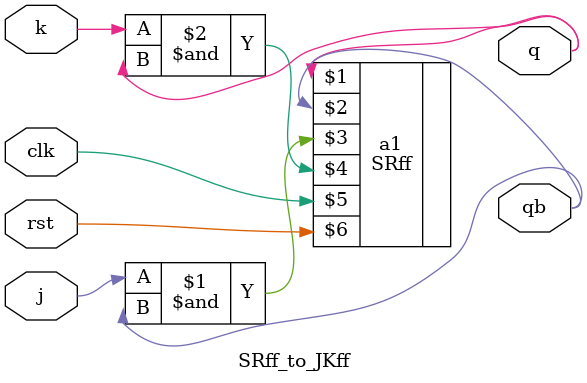
<source format=v>
`timescale 1ns / 1ps
module SRff_to_JKff(q,qb,j,k,clk,rst);
input j,k;
input clk,rst;
output wire q,qb;
SRff a1(q,qb,j&qb,k&q,clk,rst);
endmodule 
</source>
